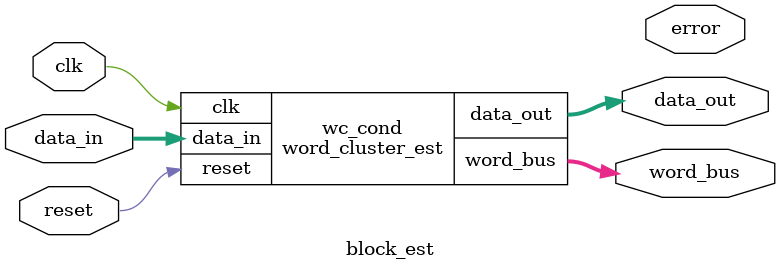
<source format=v>
/* Generated by Yosys 0.7+655 (git sha1 d36d1193, gcc 8.1.1 -march=x86-64 -mtune=generic -O2 -fstack-protector-strong -fno-plt -fPIC -Os) */

(* src = "word_operation_est.v:1" *)
module \$paramod\word_operation_est\BUS_SIZE=32\WORD_SIZE=4\WORD_NUM=8 (clk, reset, word_in, word_out, word_control_out);
  (* src = "word_operation_est.v:12" *)
  wire _00_;
  (* src = "word_operation_est.v:12" *)
  wire [3:0] _01_;
  wire _02_;
  wire _03_;
  wire _04_;
  wire _05_;
  wire _06_;
  wire _07_;
  wire _08_;
  wire _09_;
  (* src = "word_operation_est.v:6" *)
  input clk;
  (* src = "word_operation_est.v:7" *)
  input reset;
  (* src = "word_operation_est.v:10" *)
  output word_control_out;
  (* src = "word_operation_est.v:8" *)
  input [3:0] word_in;
  (* src = "word_operation_est.v:9" *)
  output [3:0] word_out;
  NAND _10_ (
    .A(word_in[0]),
    .B(reset),
    .Y(_02_)
  );
  NOT _11_ (
    .A(_02_),
    .Y(_01_[0])
  );
  NAND _12_ (
    .A(word_in[1]),
    .B(reset),
    .Y(_03_)
  );
  NOT _13_ (
    .A(_03_),
    .Y(_01_[1])
  );
  NAND _14_ (
    .A(reset),
    .B(word_in[2]),
    .Y(_04_)
  );
  NOT _15_ (
    .A(_04_),
    .Y(_01_[2])
  );
  NAND _16_ (
    .A(reset),
    .B(word_in[3]),
    .Y(_05_)
  );
  NOT _17_ (
    .A(_05_),
    .Y(_01_[3])
  );
  NOR _18_ (
    .A(word_in[2]),
    .B(word_in[3]),
    .Y(_06_)
  );
  NOR _19_ (
    .A(word_in[1]),
    .B(word_in[0]),
    .Y(_07_)
  );
  NAND _20_ (
    .A(_06_),
    .B(_07_),
    .Y(_08_)
  );
  NAND _21_ (
    .A(reset),
    .B(_08_),
    .Y(_09_)
  );
  NOT _22_ (
    .A(_09_),
    .Y(_00_)
  );
  (* src = "word_operation_est.v:12" *)
  DFF _23_ (
    .C(clk),
    .D(_00_),
    .Q(word_control_out)
  );
  (* src = "word_operation_est.v:12" *)
  DFF _24_ (
    .C(clk),
    .D(_01_[0]),
    .Q(word_out[0])
  );
  (* src = "word_operation_est.v:12" *)
  DFF _25_ (
    .C(clk),
    .D(_01_[1]),
    .Q(word_out[1])
  );
  (* src = "word_operation_est.v:12" *)
  DFF _26_ (
    .C(clk),
    .D(_01_[2]),
    .Q(word_out[2])
  );
  (* src = "word_operation_est.v:12" *)
  DFF _27_ (
    .C(clk),
    .D(_01_[3]),
    .Q(word_out[3])
  );
endmodule

(* top =  1  *)
(* src = "block_est.v:1" *)
module block_est(clk, reset, data_in, error, data_out, word_bus);
  (* src = "block_est.v:7" *)
  input clk;
  (* src = "block_est.v:9" *)
  input [31:0] data_in;
  (* src = "block_est.v:11" *)
  output [31:0] data_out;
  (* src = "block_est.v:10" *)
  output error;
  (* src = "block_est.v:8" *)
  input reset;
  (* src = "block_est.v:12" *)
  output [7:0] word_bus;
  (* src = "block_est.v:19" *)
  word_cluster_est wc_cond (
    .clk(clk),
    .data_in(data_in),
    .data_out(data_out),
    .reset(reset),
    .word_bus(word_bus)
  );
endmodule

(* src = "word_cluster_est.v:1" *)
module word_cluster_est(clk, reset, data_in, data_out, word_bus);
  (* src = "word_cluster_est.v:6" *)
  input clk;
  (* src = "word_cluster_est.v:8" *)
  input [31:0] data_in;
  (* src = "word_cluster_est.v:9" *)
  output [31:0] data_out;
  (* src = "word_cluster_est.v:7" *)
  input reset;
  (* src = "word_cluster_est.v:10" *)
  output [7:0] word_bus;
  (* src = "word_cluster_est.v:18" *)
  \$paramod\word_operation_est\BUS_SIZE=32\WORD_SIZE=4\WORD_NUM=8  \CLUSTER[0].cluster_unit  (
    .clk(clk),
    .reset(reset),
    .word_control_out(word_bus[0]),
    .word_in(data_in[3:0]),
    .word_out(data_out[31:28])
  );
  (* src = "word_cluster_est.v:18" *)
  \$paramod\word_operation_est\BUS_SIZE=32\WORD_SIZE=4\WORD_NUM=8  \CLUSTER[1].cluster_unit  (
    .clk(clk),
    .reset(reset),
    .word_control_out(word_bus[1]),
    .word_in(data_in[7:4]),
    .word_out(data_out[27:24])
  );
  (* src = "word_cluster_est.v:18" *)
  \$paramod\word_operation_est\BUS_SIZE=32\WORD_SIZE=4\WORD_NUM=8  \CLUSTER[2].cluster_unit  (
    .clk(clk),
    .reset(reset),
    .word_control_out(word_bus[2]),
    .word_in(data_in[11:8]),
    .word_out(data_out[23:20])
  );
  (* src = "word_cluster_est.v:18" *)
  \$paramod\word_operation_est\BUS_SIZE=32\WORD_SIZE=4\WORD_NUM=8  \CLUSTER[3].cluster_unit  (
    .clk(clk),
    .reset(reset),
    .word_control_out(word_bus[3]),
    .word_in(data_in[15:12]),
    .word_out(data_out[19:16])
  );
  (* src = "word_cluster_est.v:18" *)
  \$paramod\word_operation_est\BUS_SIZE=32\WORD_SIZE=4\WORD_NUM=8  \CLUSTER[4].cluster_unit  (
    .clk(clk),
    .reset(reset),
    .word_control_out(word_bus[4]),
    .word_in(data_in[19:16]),
    .word_out(data_out[15:12])
  );
  (* src = "word_cluster_est.v:18" *)
  \$paramod\word_operation_est\BUS_SIZE=32\WORD_SIZE=4\WORD_NUM=8  \CLUSTER[5].cluster_unit  (
    .clk(clk),
    .reset(reset),
    .word_control_out(word_bus[5]),
    .word_in(data_in[23:20]),
    .word_out(data_out[11:8])
  );
  (* src = "word_cluster_est.v:18" *)
  \$paramod\word_operation_est\BUS_SIZE=32\WORD_SIZE=4\WORD_NUM=8  \CLUSTER[6].cluster_unit  (
    .clk(clk),
    .reset(reset),
    .word_control_out(word_bus[6]),
    .word_in(data_in[27:24]),
    .word_out(data_out[7:4])
  );
  (* src = "word_cluster_est.v:18" *)
  \$paramod\word_operation_est\BUS_SIZE=32\WORD_SIZE=4\WORD_NUM=8  \CLUSTER[7].cluster_unit  (
    .clk(clk),
    .reset(reset),
    .word_control_out(word_bus[7]),
    .word_in(data_in[31:28]),
    .word_out(data_out[3:0])
  );
endmodule

</source>
